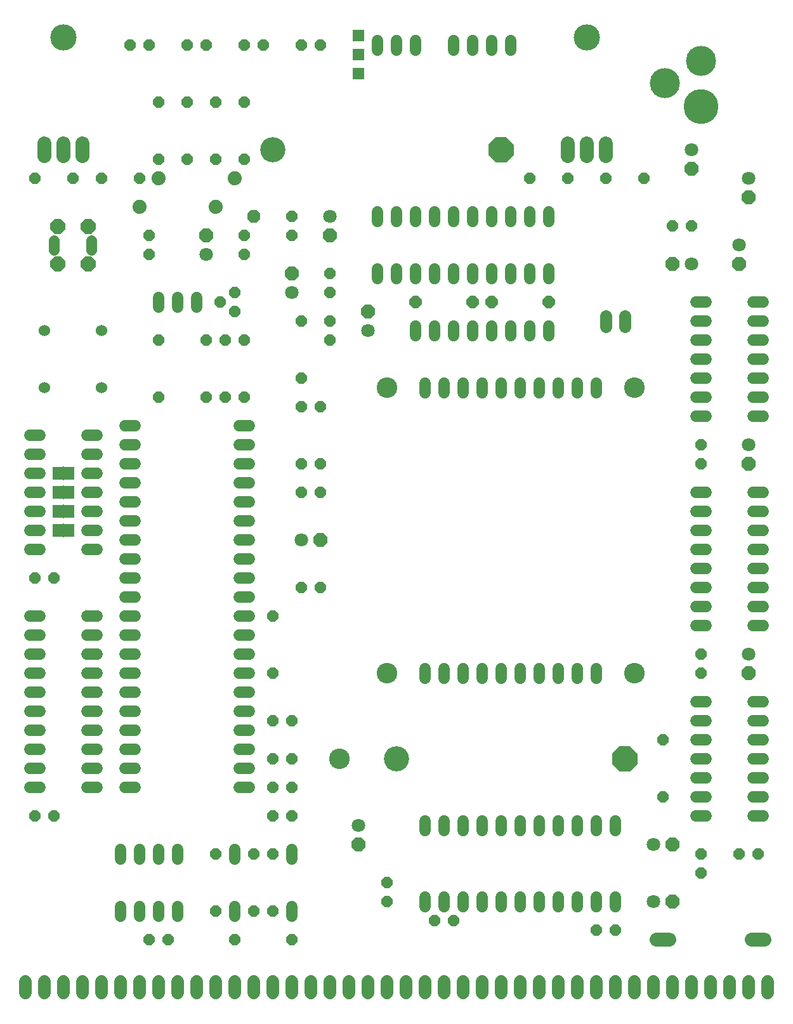
<source format=gbs>
G04 EAGLE Gerber RS-274X export*
G75*
%MOMM*%
%FSLAX34Y34*%
%LPD*%
%INSoldermask Bottom*%
%IPPOS*%
%AMOC8*
5,1,8,0,0,1.08239X$1,22.5*%
G01*
%ADD10C,1.879600*%
%ADD11C,3.505200*%
%ADD12P,1.951982X8X292.500000*%
%ADD13C,1.803400*%
%ADD14P,1.649562X8X22.500000*%
%ADD15C,1.524000*%
%ADD16P,1.649562X8X112.500000*%
%ADD17P,1.649562X8X292.500000*%
%ADD18C,2.743200*%
%ADD19C,1.625600*%
%ADD20P,1.759533X8X22.500000*%
%ADD21P,1.759533X8X202.500000*%
%ADD22C,3.352800*%
%ADD23P,3.629037X8X22.500000*%
%ADD24P,1.951982X8X202.500000*%
%ADD25P,1.951982X8X22.500000*%
%ADD26P,1.951982X8X112.500000*%
%ADD27P,1.649562X8X202.500000*%
%ADD28C,1.524000*%
%ADD29R,1.371600X1.803400*%
%ADD30R,0.152400X1.828800*%
%ADD31C,4.648200*%
%ADD32C,4.013200*%
%ADD33R,1.511200X1.511200*%
%ADD34C,1.727200*%
%ADD35C,1.411200*%
%ADD36P,2.158177X8X22.500000*%
%ADD37C,1.879600*%
%ADD38P,1.869504X8X22.500000*%


D10*
X762000Y1083818D02*
X762000Y1100582D01*
X787400Y1100582D02*
X787400Y1083818D01*
X812800Y1083818D02*
X812800Y1100582D01*
D11*
X787400Y1242060D03*
D12*
X1689100Y939800D03*
D13*
X1689100Y965200D03*
D14*
X749300Y1054100D03*
X800100Y1054100D03*
X838200Y1054100D03*
X889000Y1054100D03*
D15*
X1022096Y241300D02*
X1035304Y241300D01*
X1035304Y266700D02*
X1022096Y266700D01*
X1022096Y393700D02*
X1035304Y393700D01*
X1035304Y419100D02*
X1022096Y419100D01*
X1022096Y292100D02*
X1035304Y292100D01*
X1035304Y317500D02*
X1022096Y317500D01*
X1022096Y368300D02*
X1035304Y368300D01*
X1035304Y342900D02*
X1022096Y342900D01*
X1022096Y444500D02*
X1035304Y444500D01*
X1035304Y469900D02*
X1022096Y469900D01*
X1022096Y495300D02*
X1035304Y495300D01*
X1035304Y520700D02*
X1022096Y520700D01*
X1022096Y546100D02*
X1035304Y546100D01*
X1035304Y571500D02*
X1022096Y571500D01*
X1022096Y596900D02*
X1035304Y596900D01*
X1035304Y622300D02*
X1022096Y622300D01*
X1022096Y647700D02*
X1035304Y647700D01*
X1035304Y673100D02*
X1022096Y673100D01*
X1022096Y698500D02*
X1035304Y698500D01*
X1035304Y723900D02*
X1022096Y723900D01*
X882904Y723900D02*
X869696Y723900D01*
X869696Y698500D02*
X882904Y698500D01*
X882904Y673100D02*
X869696Y673100D01*
X869696Y647700D02*
X882904Y647700D01*
X882904Y622300D02*
X869696Y622300D01*
X869696Y596900D02*
X882904Y596900D01*
X882904Y571500D02*
X869696Y571500D01*
X869696Y546100D02*
X882904Y546100D01*
X882904Y520700D02*
X869696Y520700D01*
X869696Y495300D02*
X882904Y495300D01*
X882904Y469900D02*
X869696Y469900D01*
X869696Y444500D02*
X882904Y444500D01*
X882904Y419100D02*
X869696Y419100D01*
X869696Y393700D02*
X882904Y393700D01*
X882904Y368300D02*
X869696Y368300D01*
X869696Y342900D02*
X882904Y342900D01*
X882904Y317500D02*
X869696Y317500D01*
X869696Y292100D02*
X882904Y292100D01*
X882904Y266700D02*
X869696Y266700D01*
X869696Y241300D02*
X882904Y241300D01*
X1270000Y95504D02*
X1270000Y82296D01*
X1295400Y82296D02*
X1295400Y95504D01*
X1320800Y95504D02*
X1320800Y82296D01*
X1346200Y82296D02*
X1346200Y95504D01*
X1371600Y95504D02*
X1371600Y82296D01*
X1397000Y82296D02*
X1397000Y95504D01*
X1422400Y95504D02*
X1422400Y82296D01*
X1447800Y82296D02*
X1447800Y95504D01*
X1473200Y95504D02*
X1473200Y82296D01*
X1498600Y82296D02*
X1498600Y95504D01*
X1524000Y95504D02*
X1524000Y82296D01*
X1524000Y183896D02*
X1524000Y197104D01*
X1498600Y197104D02*
X1498600Y183896D01*
X1473200Y183896D02*
X1473200Y197104D01*
X1447800Y197104D02*
X1447800Y183896D01*
X1422400Y183896D02*
X1422400Y197104D01*
X1397000Y197104D02*
X1397000Y183896D01*
X1371600Y183896D02*
X1371600Y197104D01*
X1346200Y197104D02*
X1346200Y183896D01*
X1320800Y183896D02*
X1320800Y197104D01*
X1295400Y197104D02*
X1295400Y183896D01*
X1270000Y183896D02*
X1270000Y197104D01*
X1206500Y920496D02*
X1206500Y933704D01*
X1231900Y933704D02*
X1231900Y920496D01*
X1358900Y920496D02*
X1358900Y933704D01*
X1384300Y933704D02*
X1384300Y920496D01*
X1257300Y920496D02*
X1257300Y933704D01*
X1282700Y933704D02*
X1282700Y920496D01*
X1333500Y920496D02*
X1333500Y933704D01*
X1308100Y933704D02*
X1308100Y920496D01*
X1409700Y920496D02*
X1409700Y933704D01*
X1435100Y933704D02*
X1435100Y920496D01*
X1435100Y996696D02*
X1435100Y1009904D01*
X1409700Y1009904D02*
X1409700Y996696D01*
X1384300Y996696D02*
X1384300Y1009904D01*
X1358900Y1009904D02*
X1358900Y996696D01*
X1333500Y996696D02*
X1333500Y1009904D01*
X1308100Y1009904D02*
X1308100Y996696D01*
X1282700Y996696D02*
X1282700Y1009904D01*
X1257300Y1009904D02*
X1257300Y996696D01*
X1231900Y996696D02*
X1231900Y1009904D01*
X1206500Y1009904D02*
X1206500Y996696D01*
D16*
X914400Y762000D03*
X914400Y838200D03*
D17*
X977900Y838200D03*
X977900Y762000D03*
D14*
X1498600Y50800D03*
X1524000Y50800D03*
D16*
X1143000Y901700D03*
X1143000Y927100D03*
X1104900Y787400D03*
X1104900Y863600D03*
D15*
X1270000Y400304D02*
X1270000Y387096D01*
X1295400Y387096D02*
X1295400Y400304D01*
X1422400Y400304D02*
X1422400Y387096D01*
X1447800Y387096D02*
X1447800Y400304D01*
X1320800Y400304D02*
X1320800Y387096D01*
X1346200Y387096D02*
X1346200Y400304D01*
X1397000Y400304D02*
X1397000Y387096D01*
X1371600Y387096D02*
X1371600Y400304D01*
X1473200Y400304D02*
X1473200Y387096D01*
X1498600Y387096D02*
X1498600Y400304D01*
X1498600Y768096D02*
X1498600Y781304D01*
X1473200Y781304D02*
X1473200Y768096D01*
X1447800Y768096D02*
X1447800Y781304D01*
X1422400Y781304D02*
X1422400Y768096D01*
X1397000Y768096D02*
X1397000Y781304D01*
X1371600Y781304D02*
X1371600Y768096D01*
X1346200Y768096D02*
X1346200Y781304D01*
X1320800Y781304D02*
X1320800Y768096D01*
X1295400Y768096D02*
X1295400Y781304D01*
X1270000Y781304D02*
X1270000Y768096D01*
D18*
X1219200Y774700D03*
X1549400Y774700D03*
X1219200Y393700D03*
X1549400Y393700D03*
D19*
X1511300Y856488D02*
X1511300Y870712D01*
X1536700Y870712D02*
X1536700Y856488D01*
D17*
X1587500Y304800D03*
X1587500Y228600D03*
D20*
X1257300Y889000D03*
X1333500Y889000D03*
D21*
X1435100Y889000D03*
X1358900Y889000D03*
D16*
X1143000Y838200D03*
X1143000Y863600D03*
D17*
X1104900Y749300D03*
X1104900Y673100D03*
X1130300Y749300D03*
X1130300Y673100D03*
D15*
X1257300Y844296D02*
X1257300Y857504D01*
X1282700Y857504D02*
X1282700Y844296D01*
X1308100Y844296D02*
X1308100Y857504D01*
X1333500Y857504D02*
X1333500Y844296D01*
X1358900Y844296D02*
X1358900Y857504D01*
X1384300Y857504D02*
X1384300Y844296D01*
X1409700Y844296D02*
X1409700Y857504D01*
X1435100Y857504D02*
X1435100Y844296D01*
X1707896Y457200D02*
X1721104Y457200D01*
X1721104Y482600D02*
X1707896Y482600D01*
X1707896Y609600D02*
X1721104Y609600D01*
X1721104Y635000D02*
X1707896Y635000D01*
X1707896Y508000D02*
X1721104Y508000D01*
X1721104Y533400D02*
X1707896Y533400D01*
X1707896Y584200D02*
X1721104Y584200D01*
X1721104Y558800D02*
X1707896Y558800D01*
X1644904Y635000D02*
X1631696Y635000D01*
X1631696Y609600D02*
X1644904Y609600D01*
X1644904Y584200D02*
X1631696Y584200D01*
X1631696Y558800D02*
X1644904Y558800D01*
X1644904Y533400D02*
X1631696Y533400D01*
X1631696Y508000D02*
X1644904Y508000D01*
X1644904Y482600D02*
X1631696Y482600D01*
X1631696Y457200D02*
X1644904Y457200D01*
X1707896Y203200D02*
X1721104Y203200D01*
X1721104Y228600D02*
X1707896Y228600D01*
X1707896Y355600D02*
X1721104Y355600D01*
X1644904Y355600D02*
X1631696Y355600D01*
X1707896Y254000D02*
X1721104Y254000D01*
X1721104Y279400D02*
X1707896Y279400D01*
X1707896Y330200D02*
X1721104Y330200D01*
X1721104Y304800D02*
X1707896Y304800D01*
X1644904Y330200D02*
X1631696Y330200D01*
X1631696Y304800D02*
X1644904Y304800D01*
X1644904Y279400D02*
X1631696Y279400D01*
X1631696Y254000D02*
X1644904Y254000D01*
X1644904Y228600D02*
X1631696Y228600D01*
X1631696Y203200D02*
X1644904Y203200D01*
X1707896Y736600D02*
X1721104Y736600D01*
X1721104Y762000D02*
X1707896Y762000D01*
X1707896Y889000D02*
X1721104Y889000D01*
X1644904Y889000D02*
X1631696Y889000D01*
X1707896Y787400D02*
X1721104Y787400D01*
X1721104Y812800D02*
X1707896Y812800D01*
X1707896Y863600D02*
X1721104Y863600D01*
X1721104Y838200D02*
X1707896Y838200D01*
X1644904Y863600D02*
X1631696Y863600D01*
X1631696Y838200D02*
X1644904Y838200D01*
X1644904Y812800D02*
X1631696Y812800D01*
X1631696Y787400D02*
X1644904Y787400D01*
X1644904Y762000D02*
X1631696Y762000D01*
X1631696Y736600D02*
X1644904Y736600D01*
D16*
X1028700Y762000D03*
X1028700Y838200D03*
D15*
X863600Y82804D02*
X863600Y69596D01*
X889000Y69596D02*
X889000Y82804D01*
X914400Y82804D02*
X914400Y69596D01*
X939800Y69596D02*
X939800Y82804D01*
X939800Y145796D02*
X939800Y159004D01*
X914400Y159004D02*
X914400Y145796D01*
X889000Y145796D02*
X889000Y159004D01*
X863600Y159004D02*
X863600Y145796D01*
D17*
X1041400Y152400D03*
X1041400Y76200D03*
D16*
X990600Y76200D03*
X990600Y152400D03*
D17*
X1003300Y838200D03*
X1003300Y762000D03*
D15*
X1016000Y159004D02*
X1016000Y145796D01*
X1016000Y82804D02*
X1016000Y69596D01*
D16*
X1066800Y76200D03*
X1066800Y152400D03*
D15*
X1092200Y82804D02*
X1092200Y69596D01*
X1092200Y145796D02*
X1092200Y159004D01*
D14*
X1016000Y38100D03*
X1092200Y38100D03*
X1066800Y203200D03*
X1092200Y203200D03*
X1066800Y241300D03*
X1092200Y241300D03*
D16*
X1066800Y393700D03*
X1066800Y469900D03*
D15*
X965200Y882396D02*
X965200Y895604D01*
X914400Y895604D02*
X914400Y882396D01*
X939800Y882396D02*
X939800Y895604D01*
D16*
X1016000Y901700D03*
X996950Y889000D03*
X1016000Y876300D03*
D14*
X1066800Y330200D03*
X1092200Y330200D03*
X1066800Y279400D03*
X1092200Y279400D03*
D22*
X1231900Y279400D03*
D23*
X1536700Y279400D03*
D22*
X1066800Y1092200D03*
D23*
X1371600Y1092200D03*
D17*
X1638300Y698500D03*
X1638300Y673100D03*
X1638300Y419100D03*
X1638300Y393700D03*
D12*
X1701800Y673100D03*
D13*
X1701800Y698500D03*
D12*
X1701800Y393700D03*
D13*
X1701800Y419100D03*
D24*
X1600200Y939800D03*
D13*
X1625600Y939800D03*
D25*
X1600200Y165100D03*
D13*
X1574800Y165100D03*
D25*
X1600200Y88900D03*
D13*
X1574800Y88900D03*
D14*
X901700Y38100D03*
X927100Y38100D03*
D12*
X1181100Y165100D03*
D13*
X1181100Y190500D03*
D14*
X1282700Y63500D03*
X1308100Y63500D03*
D17*
X1219200Y114300D03*
X1219200Y88900D03*
D25*
X1130300Y571500D03*
D13*
X1104900Y571500D03*
D14*
X1104900Y508000D03*
X1130300Y508000D03*
X1104900Y635000D03*
X1130300Y635000D03*
D26*
X1092200Y927100D03*
D13*
X1092200Y901700D03*
D12*
X1143000Y977900D03*
D13*
X1143000Y1003300D03*
D17*
X1092200Y1003300D03*
X1092200Y977900D03*
X1028700Y977900D03*
X1028700Y952500D03*
D26*
X977900Y977900D03*
D13*
X977900Y952500D03*
D26*
X1193800Y876300D03*
D13*
X1193800Y850900D03*
D17*
X1638300Y152400D03*
X1638300Y127000D03*
D14*
X1689100Y152400D03*
X1714500Y152400D03*
D27*
X1625600Y990600D03*
X1600200Y990600D03*
X1130300Y1231900D03*
X1104900Y1231900D03*
X1054100Y1231900D03*
X1028700Y1231900D03*
D16*
X1028700Y1079500D03*
X1028700Y1155700D03*
X990600Y1079500D03*
X990600Y1155700D03*
D10*
X1460500Y1100582D02*
X1460500Y1083818D01*
X1485900Y1083818D02*
X1485900Y1100582D01*
X1511300Y1100582D02*
X1511300Y1083818D01*
D11*
X1485900Y1242060D03*
D12*
X1701800Y1028700D03*
D13*
X1701800Y1054100D03*
D27*
X1460500Y1054100D03*
X1409700Y1054100D03*
D14*
X1511300Y1054100D03*
X1562100Y1054100D03*
D15*
X832104Y558800D02*
X818896Y558800D01*
X818896Y584200D02*
X832104Y584200D01*
X832104Y711200D02*
X818896Y711200D01*
X755904Y711200D02*
X742696Y711200D01*
X818896Y609600D02*
X832104Y609600D01*
X832104Y635000D02*
X818896Y635000D01*
X818896Y685800D02*
X832104Y685800D01*
X832104Y660400D02*
X818896Y660400D01*
X755904Y685800D02*
X742696Y685800D01*
X742696Y660400D02*
X755904Y660400D01*
X755904Y635000D02*
X742696Y635000D01*
X742696Y609600D02*
X755904Y609600D01*
X755904Y584200D02*
X742696Y584200D01*
X742696Y558800D02*
X755904Y558800D01*
D28*
X762000Y850900D03*
X762000Y774700D03*
X838200Y774700D03*
X838200Y850900D03*
D29*
X795020Y660400D03*
X779780Y660400D03*
D30*
X787400Y660400D03*
D29*
X795020Y609600D03*
X779780Y609600D03*
D30*
X787400Y609600D03*
D29*
X795020Y635000D03*
X779780Y635000D03*
D30*
X787400Y635000D03*
D29*
X795020Y584200D03*
X779780Y584200D03*
D30*
X787400Y584200D03*
D16*
X901700Y952500D03*
X901700Y977900D03*
D14*
X749300Y520700D03*
X774700Y520700D03*
D15*
X1206500Y1225296D02*
X1206500Y1238504D01*
X1231900Y1238504D02*
X1231900Y1225296D01*
X1308100Y1225296D02*
X1308100Y1238504D01*
X1333500Y1238504D02*
X1333500Y1225296D01*
X1358900Y1225296D02*
X1358900Y1238504D01*
X1257300Y1238504D02*
X1257300Y1225296D01*
X1384300Y1225296D02*
X1384300Y1238504D01*
D31*
X1638300Y1150100D03*
D32*
X1638300Y1211100D03*
X1590300Y1181100D03*
D12*
X1625600Y1066800D03*
D13*
X1625600Y1092200D03*
D18*
X1155700Y279400D03*
D27*
X977900Y1231900D03*
X952500Y1231900D03*
X901700Y1231900D03*
X876300Y1231900D03*
D17*
X952500Y1155700D03*
X952500Y1079500D03*
X914400Y1155700D03*
X914400Y1079500D03*
D33*
X1181100Y1193800D03*
X1181100Y1219200D03*
X1181100Y1244600D03*
D10*
X1706118Y38100D02*
X1722882Y38100D01*
X1595882Y38100D02*
X1579118Y38100D01*
D15*
X832104Y241300D02*
X818896Y241300D01*
X818896Y266700D02*
X832104Y266700D01*
X832104Y292100D02*
X818896Y292100D01*
X818896Y317500D02*
X832104Y317500D01*
X832104Y342900D02*
X818896Y342900D01*
X818896Y368300D02*
X832104Y368300D01*
X832104Y393700D02*
X818896Y393700D01*
X818896Y419100D02*
X832104Y419100D01*
X832104Y444500D02*
X818896Y444500D01*
X818896Y469900D02*
X832104Y469900D01*
X755904Y469900D02*
X742696Y469900D01*
X742696Y444500D02*
X755904Y444500D01*
X755904Y419100D02*
X742696Y419100D01*
X742696Y393700D02*
X755904Y393700D01*
X755904Y368300D02*
X742696Y368300D01*
X742696Y342900D02*
X755904Y342900D01*
X755904Y317500D02*
X742696Y317500D01*
X742696Y292100D02*
X755904Y292100D01*
X755904Y266700D02*
X742696Y266700D01*
X742696Y241300D02*
X755904Y241300D01*
D34*
X1219200Y-17780D02*
X1219200Y-33020D01*
X1193800Y-33020D02*
X1193800Y-17780D01*
X1168400Y-17780D02*
X1168400Y-33020D01*
X1143000Y-33020D02*
X1143000Y-17780D01*
X1117600Y-17780D02*
X1117600Y-33020D01*
X1092200Y-33020D02*
X1092200Y-17780D01*
X1066800Y-17780D02*
X1066800Y-33020D01*
X1041400Y-33020D02*
X1041400Y-17780D01*
X1016000Y-17780D02*
X1016000Y-33020D01*
X990600Y-33020D02*
X990600Y-17780D01*
X965200Y-17780D02*
X965200Y-33020D01*
X939800Y-33020D02*
X939800Y-17780D01*
X914400Y-17780D02*
X914400Y-33020D01*
X889000Y-33020D02*
X889000Y-17780D01*
X863600Y-17780D02*
X863600Y-33020D01*
X838200Y-33020D02*
X838200Y-17780D01*
X812800Y-17780D02*
X812800Y-33020D01*
X762000Y-33020D02*
X762000Y-17780D01*
X736600Y-17780D02*
X736600Y-33020D01*
X787400Y-33020D02*
X787400Y-17780D01*
X1727200Y-17780D02*
X1727200Y-33020D01*
X1701800Y-33020D02*
X1701800Y-17780D01*
X1676400Y-17780D02*
X1676400Y-33020D01*
X1651000Y-33020D02*
X1651000Y-17780D01*
X1625600Y-17780D02*
X1625600Y-33020D01*
X1600200Y-33020D02*
X1600200Y-17780D01*
X1574800Y-17780D02*
X1574800Y-33020D01*
X1549400Y-33020D02*
X1549400Y-17780D01*
X1524000Y-17780D02*
X1524000Y-33020D01*
X1498600Y-33020D02*
X1498600Y-17780D01*
X1473200Y-17780D02*
X1473200Y-33020D01*
X1447800Y-33020D02*
X1447800Y-17780D01*
X1422400Y-17780D02*
X1422400Y-33020D01*
X1397000Y-33020D02*
X1397000Y-17780D01*
X1371600Y-17780D02*
X1371600Y-33020D01*
X1346200Y-33020D02*
X1346200Y-17780D01*
X1320800Y-17780D02*
X1320800Y-33020D01*
X1295400Y-33020D02*
X1295400Y-17780D01*
X1270000Y-17780D02*
X1270000Y-33020D01*
X1244600Y-33020D02*
X1244600Y-17780D01*
D14*
X749300Y203200D03*
X774700Y203200D03*
D35*
X825100Y959160D02*
X825100Y971240D01*
X775100Y971240D02*
X775100Y959160D01*
D36*
X780161Y990219D03*
X780161Y940181D03*
X820039Y940181D03*
X820039Y990219D03*
D37*
X1016000Y1054100D03*
X914400Y1054100D03*
X990600Y1016000D03*
X889000Y1016000D03*
D38*
X1041400Y1003300D03*
M02*

</source>
